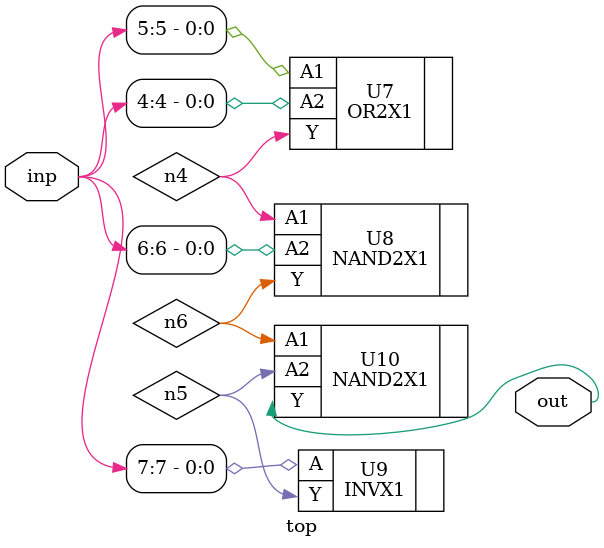
<source format=sv>


module top ( inp, out );
  input [7:0] inp;
  output out;
  wire   n4, n5, n6;

  OR2X1 U7 ( .A1(inp[5]), .A2(inp[4]), .Y(n4) );
  NAND2X1 U8 ( .A1(n4), .A2(inp[6]), .Y(n6) );
  INVX1 U9 ( .A(inp[7]), .Y(n5) );
  NAND2X1 U10 ( .A1(n6), .A2(n5), .Y(out) );
endmodule


</source>
